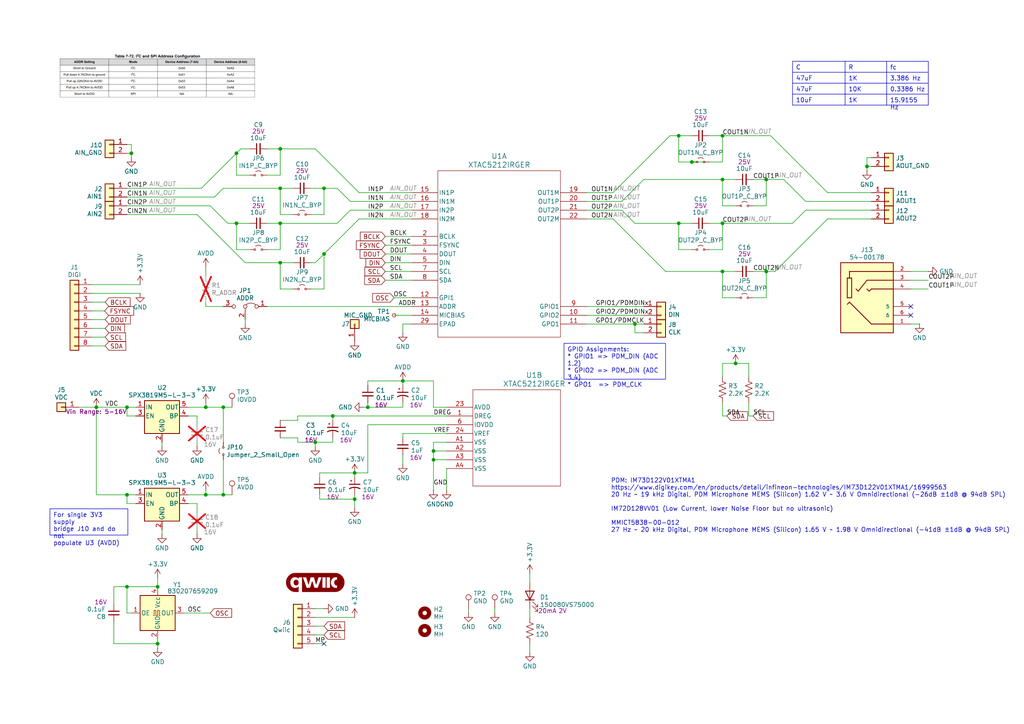
<source format=kicad_sch>
(kicad_sch (version 20250114) (generator "eeschema") (generator_version "9.0")
  (paper "A4")
  (title_block (title "TAC5212 Board") (date "2025-10-03") (rev "v1.0") (company "Jacob Miller"))
  (text "PDM: IM73D122V01XTMA1\nhttps://www.digikey.com/en/products/detail/infineon-technologies/IM73D122V01XTMA1/16999563\n20 Hz ~ 19 kHz Digital, PDM Microphone MEMS (Silicon) 1.62 V ~ 3.6 V Omnidirectional (-26dB ±1dB @ 94dB SPL)\n\nIM72D128VV01 (Low Current, lower Noise Floor but no ultrasonic)\n\nMMICT5838-00-012\n27 Hz ~ 20 kHz Digital, PDM Microphone MEMS (Silicon) 1.65 V ~ 1.98 V Omnidirectional (-41dB ±1dB @ 94dB SPL)" (at 177.165 146.685 0) (effects (font (size 1.27 1.27)) (justify left)))
  (text_box "For single 3V3 supply\nbridge J10 and do not \npopulate U3 (AVDD)" (at 14.478 147.574 0) (size 22.606 7.62) (margins 0.9525 0.9525 0.9525 0.9525) (effects (font (size 1.27 1.27)) (justify left top)))
  (text_box "GPIO Assignments:\n* GPIO1 => PDM_DIN (ADC 1,2)\n* GPIO2 => PDM_DIN (ADC 3,4)\n* GPO1  => PDM_CLK" (at 163.576 99.568 0) (size 29.464 10.414) (margins 0.9525 0.9525 0.9525 0.9525) (effects (font (size 1.27 1.27)) (justify left top)))
  (junction (at 184.15 93.98))
  (junction (at 209.55 78.74))
  (junction (at 200.66 46.99))
  (junction (at 93.98 54.61))
  (junction (at 209.55 64.77))
  (junction (at 196.85 64.77))
  (junction (at 251.46 48.26))
  (junction (at 27.94 118.11))
  (junction (at 38.1 44.45))
  (junction (at 106.68 118.11))
  (junction (at 196.85 39.37))
  (junction (at 59.69 118.11))
  (junction (at 36.83 143.51))
  (junction (at 45.72 170.18))
  (junction (at 59.69 143.51))
  (junction (at 68.58 64.77))
  (junction (at 209.55 52.07))
  (junction (at 64.77 143.51))
  (junction (at 36.83 170.18))
  (junction (at 213.36 105.41))
  (junction (at 81.28 54.61))
  (junction (at 68.58 44.45))
  (junction (at 81.28 64.77))
  (junction (at 45.72 186.69))
  (junction (at 222.25 52.07))
  (junction (at 81.28 43.18))
  (junction (at 209.55 39.37))
  (junction (at 102.87 144.78))
  (junction (at 116.84 110.49))
  (junction (at 222.25 78.74))
  (junction (at 91.44 128.27))
  (junction (at 36.83 118.11))
  (junction (at 96.52 120.65))
  (junction (at 125.73 133.35))
  (junction (at 64.77 118.11))
  (junction (at 93.98 73.66))
  (junction (at 102.87 137.16))
  (junction (at 125.73 130.81))
  (junction (at 81.28 76.2))
  (no_connect (at 264.16 91.44))
  (no_connect (at 264.16 88.9))
  (no_connect (at 93.98 186.69))
  (wire (pts (xy 170.18 58.42) (xy 180.34 58.42)))
  (wire (pts (xy 213.36 86.36) (xy 209.55 86.36)))
  (wire (pts (xy 36.83 143.51) (xy 39.37 143.51)))
  (wire (pts (xy 217.17 120.65) (xy 218.44 120.65)))
  (wire (pts (xy 57.15 148.59) (xy 57.15 146.05)))
  (wire (pts (xy 217.17 105.41) (xy 217.17 109.22)))
  (wire (pts (xy 68.58 44.45) (xy 68.58 50.8)))
  (wire (pts (xy 106.68 137.16) (xy 102.87 137.16)))
  (wire (pts (xy 204.47 46.99) (xy 200.66 46.99)))
  (wire (pts (xy 153.67 166.37) (xy 153.67 168.91)))
  (wire (pts (xy 22.86 118.11) (xy 27.94 118.11)))
  (wire (pts (xy 213.36 59.69) (xy 209.55 59.69)))
  (wire (pts (xy 96.52 120.65) (xy 96.52 121.92)))
  (wire (pts (xy 209.55 59.69) (xy 209.55 52.07)))
  (wire (pts (xy 85.09 83.82) (xy 81.28 83.82)))
  (wire (pts (xy 233.68 60.96) (xy 252.73 60.96)))
  (wire (pts (xy 129.54 123.19) (xy 106.68 123.19)))
  (wire (pts (xy 116.84 93.98) (xy 116.84 96.52)))
  (wire (pts (xy 116.84 110.49) (xy 116.84 111.76)))
  (wire (pts (xy 59.69 77.47) (xy 59.69 80.01)))
  (wire (pts (xy 92.71 144.78) (xy 102.87 144.78)))
  (wire (pts (xy 81.28 76.2) (xy 71.12 76.2)))
  (wire (pts (xy 36.83 146.05) (xy 36.83 143.51)))
  (wire (pts (xy 85.09 76.2) (xy 81.28 76.2)))
  (wire (pts (xy 153.67 189.23) (xy 153.67 186.69)))
  (wire (pts (xy 111.76 71.12) (xy 119.38 71.12)))
  (wire (pts (xy 106.68 116.84) (xy 106.68 118.11)))
  (wire (pts (xy 222.25 77.47) (xy 222.25 78.74)))
  (wire (pts (xy 143.51 177.8) (xy 143.51 176.53)))
  (wire (pts (xy 90.17 62.23) (xy 93.98 62.23)))
  (wire (pts (xy 92.71 137.16) (xy 92.71 138.43)))
  (wire (pts (xy 233.68 58.42) (xy 252.73 58.42)))
  (wire (pts (xy 129.54 135.89) (xy 129.54 142.24)))
  (wire (pts (xy 91.44 186.69) (xy 93.98 186.69)))
  (wire (pts (xy 57.15 154.94) (xy 57.15 153.67)))
  (wire (pts (xy 54.61 143.51) (xy 59.69 143.51)))
  (wire (pts (xy 153.67 179.07) (xy 153.67 176.53)))
  (wire (pts (xy 240.03 55.88) (xy 252.73 55.88)))
  (wire (pts (xy 184.15 93.98) (xy 186.69 93.98)))
  (wire (pts (xy 209.55 120.65) (xy 210.82 120.65)))
  (wire (pts (xy 196.85 72.39) (xy 196.85 64.77)))
  (wire (pts (xy 104.14 63.5) (xy 119.38 63.5)))
  (wire (pts (xy 36.83 143.51) (xy 27.94 143.51)))
  (wire (pts (xy 119.38 93.98) (xy 116.84 93.98)))
  (wire (pts (xy 111.76 76.2) (xy 119.38 76.2)))
  (wire (pts (xy 36.83 62.23) (xy 57.15 62.23)))
  (wire (pts (xy 64.77 133.35) (xy 64.77 143.51)))
  (wire (pts (xy 114.3 91.44) (xy 119.38 91.44)))
  (wire (pts (xy 91.44 176.53) (xy 93.98 176.53)))
  (wire (pts (xy 222.25 78.74) (xy 224.79 78.74)))
  (wire (pts (xy 184.15 64.77) (xy 196.85 64.77)))
  (wire (pts (xy 85.09 54.61) (xy 81.28 54.61)))
  (wire (pts (xy 71.12 93.98) (xy 71.12 92.71)))
  (wire (pts (xy 264.16 78.74) (xy 269.24 78.74)))
  (wire (pts (xy 93.98 54.61) (xy 93.98 62.23)))
  (wire (pts (xy 38.1 41.91) (xy 36.83 41.91)))
  (wire (pts (xy 91.44 43.18) (xy 104.14 55.88)))
  (wire (pts (xy 177.8 63.5) (xy 193.04 78.74)))
  (wire (pts (xy 96.52 127) (xy 96.52 128.27)))
  (wire (pts (xy 251.46 45.72) (xy 251.46 48.26)))
  (wire (pts (xy 36.83 59.69) (xy 60.96 59.69)))
  (wire (pts (xy 60.96 59.69) (xy 66.04 64.77)))
  (wire (pts (xy 116.84 110.49) (xy 125.73 110.49)))
  (wire (pts (xy 36.83 170.18) (xy 36.83 177.8)))
  (wire (pts (xy 93.98 83.82) (xy 93.98 73.66)))
  (wire (pts (xy 59.69 143.51) (xy 64.77 143.51)))
  (wire (pts (xy 59.69 87.63) (xy 59.69 88.9)))
  (wire (pts (xy 111.76 78.74) (xy 119.38 78.74)))
  (wire (pts (xy 129.54 130.81) (xy 125.73 130.81)))
  (wire (pts (xy 81.28 43.18) (xy 91.44 43.18)))
  (wire (pts (xy 209.55 39.37) (xy 223.52 39.37)))
  (wire (pts (xy 92.71 137.16) (xy 102.87 137.16)))
  (wire (pts (xy 264.16 81.28) (xy 269.24 81.28)))
  (wire (pts (xy 45.72 167.64) (xy 45.72 170.18)))
  (wire (pts (xy 111.76 73.66) (xy 119.38 73.66)))
  (wire (pts (xy 93.98 184.15) (xy 91.44 184.15)))
  (wire (pts (xy 252.73 48.26) (xy 251.46 48.26)))
  (wire (pts (xy 213.36 105.41) (xy 217.17 105.41)))
  (wire (pts (xy 205.74 46.99) (xy 209.55 46.99)))
  (wire (pts (xy 209.55 46.99) (xy 209.55 39.37)))
  (wire (pts (xy 81.28 54.61) (xy 64.77 54.61)))
  (wire (pts (xy 252.73 45.72) (xy 251.46 45.72)))
  (wire (pts (xy 116.84 125.73) (xy 129.54 125.73)))
  (wire (pts (xy 106.68 110.49) (xy 106.68 111.76)))
  (wire (pts (xy 209.55 120.65) (xy 209.55 116.84)))
  (wire (pts (xy 68.58 50.8) (xy 72.39 50.8)))
  (wire (pts (xy 251.46 48.26) (xy 251.46 49.53)))
  (wire (pts (xy 26.67 92.71) (xy 30.48 92.71)))
  (wire (pts (xy 90.17 76.2) (xy 91.44 76.2)))
  (wire (pts (xy 64.77 88.9) (xy 59.69 88.9)))
  (wire (pts (xy 125.73 130.81) (xy 125.73 133.35)))
  (wire (pts (xy 86.36 120.65) (xy 96.52 120.65)))
  (wire (pts (xy 26.67 95.25) (xy 30.48 95.25)))
  (wire (pts (xy 186.69 52.07) (xy 180.34 58.42)))
  (wire (pts (xy 101.6 58.42) (xy 97.79 54.61)))
  (wire (pts (xy 71.12 76.2) (xy 57.15 62.23)))
  (wire (pts (xy 218.44 78.74) (xy 222.25 78.74)))
  (wire (pts (xy 264.16 93.98) (xy 266.7 93.98)))
  (wire (pts (xy 93.98 181.61) (xy 91.44 181.61)))
  (wire (pts (xy 184.15 96.52) (xy 184.15 93.98)))
  (wire (pts (xy 57.15 129.54) (xy 57.15 128.27)))
  (wire (pts (xy 91.44 179.07) (xy 102.87 179.07)))
  (wire (pts (xy 111.76 68.58) (xy 119.38 68.58)))
  (wire (pts (xy 27.94 143.51) (xy 27.94 118.11)))
  (wire (pts (xy 194.31 39.37) (xy 196.85 39.37)))
  (wire (pts (xy 125.73 133.35) (xy 125.73 142.24)))
  (wire (pts (xy 101.6 60.96) (xy 119.38 60.96)))
  (wire (pts (xy 38.1 41.91) (xy 38.1 44.45)))
  (wire (pts (xy 102.87 137.16) (xy 102.87 138.43)))
  (wire (pts (xy 233.68 60.96) (xy 229.87 64.77)))
  (wire (pts (xy 86.36 120.65) (xy 86.36 121.92)))
  (wire (pts (xy 68.58 64.77) (xy 68.58 72.39)))
  (wire (pts (xy 36.83 120.65) (xy 36.83 118.11)))
  (wire (pts (xy 209.55 78.74) (xy 213.36 78.74)))
  (wire (pts (xy 209.55 109.22) (xy 209.55 105.41)))
  (wire (pts (xy 45.72 186.69) (xy 45.72 187.96)))
  (wire (pts (xy 114.3 86.36) (xy 119.38 86.36)))
  (wire (pts (xy 205.74 64.77) (xy 209.55 64.77)))
  (wire (pts (xy 91.44 129.54) (xy 91.44 128.27)))
  (wire (pts (xy 46.99 129.54) (xy 46.99 128.27)))
  (wire (pts (xy 217.17 116.84) (xy 217.17 120.65)))
  (wire (pts (xy 111.76 81.28) (xy 119.38 81.28)))
  (wire (pts (xy 26.67 100.33) (xy 30.48 100.33)))
  (wire (pts (xy 90.17 54.61) (xy 93.98 54.61)))
  (wire (pts (xy 57.15 123.19) (xy 57.15 120.65)))
  (wire (pts (xy 218.44 59.69) (xy 222.25 59.69)))
  (wire (pts (xy 64.77 118.11) (xy 59.69 118.11)))
  (wire (pts (xy 170.18 93.98) (xy 184.15 93.98)))
  (wire (pts (xy 205.74 72.39) (xy 209.55 72.39)))
  (wire (pts (xy 26.67 90.17) (xy 30.48 90.17)))
  (wire (pts (xy 93.98 73.66) (xy 104.14 63.5)))
  (wire (pts (xy 39.37 120.65) (xy 36.83 120.65)))
  (wire (pts (xy 97.79 64.77) (xy 101.6 60.96)))
  (wire (pts (xy 125.73 128.27) (xy 125.73 130.81)))
  (wire (pts (xy 33.02 180.34) (xy 33.02 186.69)))
  (wire (pts (xy 200.66 46.99) (xy 196.85 46.99)))
  (wire (pts (xy 81.28 62.23) (xy 85.09 62.23)))
  (wire (pts (xy 240.03 63.5) (xy 252.73 63.5)))
  (wire (pts (xy 222.25 52.07) (xy 227.33 52.07)))
  (wire (pts (xy 66.04 64.77) (xy 68.58 64.77)))
  (wire (pts (xy 26.67 97.79) (xy 30.48 97.79)))
  (wire (pts (xy 26.67 87.63) (xy 30.48 87.63)))
  (wire (pts (xy 90.17 83.82) (xy 93.98 83.82)))
  (wire (pts (xy 125.73 110.49) (xy 125.73 118.11)))
  (wire (pts (xy 68.58 44.45) (xy 69.85 43.18)))
  (wire (pts (xy 68.58 64.77) (xy 72.39 64.77)))
  (wire (pts (xy 218.44 52.07) (xy 222.25 52.07)))
  (wire (pts (xy 45.72 185.42) (xy 45.72 186.69)))
  (wire (pts (xy 129.54 133.35) (xy 125.73 133.35)))
  (wire (pts (xy 180.34 60.96) (xy 184.15 64.77)))
  (wire (pts (xy 135.89 177.8) (xy 135.89 176.53)))
  (wire (pts (xy 170.18 60.96) (xy 180.34 60.96)))
  (wire (pts (xy 64.77 143.51) (xy 67.31 143.51)))
  (wire (pts (xy 170.18 63.5) (xy 177.8 63.5)))
  (wire (pts (xy 116.84 116.84) (xy 116.84 118.11)))
  (wire (pts (xy 67.31 118.11) (xy 64.77 118.11)))
  (wire (pts (xy 106.68 123.19) (xy 106.68 137.16)))
  (wire (pts (xy 77.47 50.8) (xy 81.28 50.8)))
  (wire (pts (xy 209.55 105.41) (xy 213.36 105.41)))
  (wire (pts (xy 57.15 120.65) (xy 54.61 120.65)))
  (wire (pts (xy 209.55 64.77) (xy 229.87 64.77)))
  (wire (pts (xy 27.94 118.11) (xy 36.83 118.11)))
  (wire (pts (xy 209.55 86.36) (xy 209.55 78.74)))
  (wire (pts (xy 105.41 118.11) (xy 106.68 118.11)))
  (wire (pts (xy 38.1 44.45) (xy 38.1 45.72)))
  (wire (pts (xy 58.42 54.61) (xy 68.58 44.45)))
  (wire (pts (xy 200.66 72.39) (xy 196.85 72.39)))
  (wire (pts (xy 116.84 134.62) (xy 116.84 132.08)))
  (wire (pts (xy 129.54 128.27) (xy 125.73 128.27)))
  (wire (pts (xy 77.47 64.77) (xy 81.28 64.77)))
  (wire (pts (xy 170.18 91.44) (xy 186.69 91.44)))
  (wire (pts (xy 86.36 128.27) (xy 91.44 128.27)))
  (wire (pts (xy 96.52 120.65) (xy 129.54 120.65)))
  (wire (pts (xy 170.18 55.88) (xy 177.8 55.88)))
  (wire (pts (xy 81.28 43.18) (xy 81.28 50.8)))
  (wire (pts (xy 101.6 58.42) (xy 119.38 58.42)))
  (wire (pts (xy 59.69 142.24) (xy 59.69 143.51)))
  (wire (pts (xy 86.36 127) (xy 86.36 128.27)))
  (wire (pts (xy 86.36 127) (xy 81.28 127)))
  (wire (pts (xy 36.83 177.8) (xy 38.1 177.8)))
  (wire (pts (xy 92.71 143.51) (xy 92.71 144.78)))
  (wire (pts (xy 81.28 54.61) (xy 81.28 62.23)))
  (wire (pts (xy 240.03 55.88) (xy 223.52 39.37)))
  (wire (pts (xy 186.69 96.52) (xy 184.15 96.52)))
  (wire (pts (xy 104.14 55.88) (xy 119.38 55.88)))
  (wire (pts (xy 218.44 86.36) (xy 222.25 86.36)))
  (wire (pts (xy 77.47 88.9) (xy 119.38 88.9)))
  (wire (pts (xy 36.83 44.45) (xy 38.1 44.45)))
  (wire (pts (xy 205.74 39.37) (xy 209.55 39.37)))
  (wire (pts (xy 81.28 76.2) (xy 81.28 83.82)))
  (wire (pts (xy 102.87 147.32) (xy 102.87 144.78)))
  (wire (pts (xy 170.18 88.9) (xy 186.69 88.9)))
  (wire (pts (xy 26.67 85.09) (xy 40.64 85.09)))
  (wire (pts (xy 36.83 54.61) (xy 58.42 54.61)))
  (wire (pts (xy 33.02 170.18) (xy 36.83 170.18)))
  (wire (pts (xy 36.83 170.18) (xy 45.72 170.18)))
  (wire (pts (xy 81.28 72.39) (xy 81.28 64.77)))
  (wire (pts (xy 264.16 83.82) (xy 269.24 83.82)))
  (wire (pts (xy 106.68 118.11) (xy 116.84 118.11)))
  (wire (pts (xy 33.02 186.69) (xy 45.72 186.69)))
  (wire (pts (xy 64.77 118.11) (xy 64.77 128.27)))
  (wire (pts (xy 240.03 63.5) (xy 224.79 78.74)))
  (wire (pts (xy 64.77 54.61) (xy 62.23 57.15)))
  (wire (pts (xy 39.37 146.05) (xy 36.83 146.05)))
  (wire (pts (xy 233.68 58.42) (xy 227.33 52.07)))
  (wire (pts (xy 46.99 154.94) (xy 46.99 153.67)))
  (wire (pts (xy 72.39 43.18) (xy 69.85 43.18)))
  (wire (pts (xy 196.85 39.37) (xy 200.66 39.37)))
  (wire (pts (xy 196.85 46.99) (xy 196.85 39.37)))
  (wire (pts (xy 54.61 118.11) (xy 59.69 118.11)))
  (wire (pts (xy 209.55 72.39) (xy 209.55 64.77)))
  (wire (pts (xy 222.25 78.74) (xy 222.25 86.36)))
  (wire (pts (xy 57.15 146.05) (xy 54.61 146.05)))
  (wire (pts (xy 102.87 143.51) (xy 102.87 144.78)))
  (wire (pts (xy 93.98 54.61) (xy 97.79 54.61)))
  (wire (pts (xy 222.25 59.69) (xy 222.25 52.07)))
  (wire (pts (xy 59.69 116.84) (xy 59.69 118.11)))
  (wire (pts (xy 81.28 64.77) (xy 97.79 64.77)))
  (wire (pts (xy 209.55 52.07) (xy 213.36 52.07)))
  (wire (pts (xy 26.67 82.55) (xy 40.64 82.55)))
  (wire (pts (xy 77.47 72.39) (xy 81.28 72.39)))
  (wire (pts (xy 33.02 170.18) (xy 33.02 175.26)))
  (wire (pts (xy 106.68 110.49) (xy 116.84 110.49)))
  (wire (pts (xy 36.83 118.11) (xy 39.37 118.11)))
  (wire (pts (xy 91.44 128.27) (xy 96.52 128.27)))
  (wire (pts (xy 68.58 72.39) (xy 72.39 72.39)))
  (wire (pts (xy 116.84 127) (xy 116.84 125.73)))
  (wire (pts (xy 86.36 121.92) (xy 81.28 121.92)))
  (wire (pts (xy 193.04 78.74) (xy 209.55 78.74)))
  (wire (pts (xy 77.47 43.18) (xy 81.28 43.18)))
  (wire (pts (xy 36.83 57.15) (xy 62.23 57.15)))
  (wire (pts (xy 53.34 177.8) (xy 60.96 177.8)))
  (wire (pts (xy 91.44 76.2) (xy 93.98 73.66)))
  (wire (pts (xy 196.85 64.77) (xy 200.66 64.77)))
  (wire (pts (xy 186.69 52.07) (xy 209.55 52.07)))
  (wire (pts (xy 177.8 55.88) (xy 194.31 39.37)))
  (wire (pts (xy 125.73 118.11) (xy 129.54 118.11)))
  (image (at 45.72 21.59) (scale 0.240006))
  (table (column_count 3) (border (external yes) (header yes)) (separators (rows yes) (cols yes)) (column_widths 15.24 12.065 12.065) (row_heights 3.175 3.175 3.175 3.175) (cells (table_cell "C" (at 229.87 17.78 0) (size 15.24 3.175) (margins 0.9525 0.9525 0.9525 0.9525) (span 1 1)) (table_cell "R" (at 245.11 17.78 0) (size 12.065 3.175) (margins 0.9525 0.9525 0.9525 0.9525) (span 1 1)) (table_cell "fc" (at 257.175 17.78 0) (size 12.065 3.175) (margins 0.9525 0.9525 0.9525 0.9525) (span 1 1)) (table_cell "47uF" (at 229.87 20.955 0) (size 15.24 3.175) (margins 0.9525 0.9525 0.9525 0.9525) (span 1 1)) (table_cell "1K" (at 245.11 20.955 0) (size 12.065 3.175) (margins 0.9525 0.9525 0.9525 0.9525) (span 1 1)) (table_cell "3.386 Hz" (at 257.175 20.955 0) (size 12.065 3.175) (margins 0.9525 0.9525 0.9525 0.9525) (span 1 1)) (table_cell "47uF" (at 229.87 24.13 0) (size 15.24 3.175) (margins 0.9525 0.9525 0.9525 0.9525) (span 1 1)) (table_cell "10K" (at 245.11 24.13 0) (size 12.065 3.175) (margins 0.9525 0.9525 0.9525 0.9525) (span 1 1)) (table_cell "0.3386 Hz" (at 257.175 24.13 0) (size 12.065 3.175) (margins 0.9525 0.9525 0.9525 0.9525) (span 1 1)) (table_cell "10uF" (at 229.87 27.305 0) (size 15.24 3.175) (margins 0.9525 0.9525 0.9525 0.9525) (span 1 1)) (table_cell "1K" (at 245.11 27.305 0) (size 12.065 3.175) (margins 0.9525 0.9525 0.9525 0.9525) (span 1 1)) (table_cell "15.9155 Hz" (at 257.175 27.305 0) (size 12.065 3.175) (margins 0.9525 0.9525 0.9525 0.9525) (span 1 1))))
  (label "GPO1{slash}PDMCLK" (at 172.72 93.98 0))
  (label "BCLK" (at 113.03 68.58 0))
  (label "SCL" (at 113.03 78.74 0))
  (label "DOUT" (at 113.03 73.66 0))
  (label "VREF" (at 125.73 125.73 0))
  (label "GND" (at 125.73 140.97 0))
  (label "CIN2P" (at 36.83 59.69 0) (property "Netclass" "AIN_OUT" (at 43.18 58.42 0) (effects (font (italic yes)) (justify left))))
  (label "OUT1N" (at 171.45 55.88 0) (property "Netclass" "AIN_OUT" (at 177.8 54.61 0) (effects (font (italic yes)) (justify left))))
  (label "COUT1P" (at 218.44 52.07 0) (property "Netclass" "AIN_OUT" (at 224.79 50.8 0) (effects (font (italic yes)) (justify left))))
  (label "OUT2N" (at 171.45 63.5 0) (property "Netclass" "AIN_OUT" (at 177.8 62.23 0) (effects (font (italic yes)) (justify left))))
  (label "COUT1N" (at 209.55 39.37 0) (property "Netclass" "AIN_OUT" (at 215.9 38.1 0) (effects (font (italic yes)) (justify left))))
  (label "DREG" (at 125.73 120.65 0))
  (label "IN2P" (at 106.68 60.96 0) (property "Netclass" "AIN_OUT" (at 113.03 59.69 0) (effects (font (italic yes)) (justify left))))
  (label "OUT1P" (at 171.45 58.42 0) (property "Netclass" "AIN_OUT" (at 177.8 57.15 0) (effects (font (italic yes)) (justify left))))
  (label "COUT2P" (at 269.24 81.28 0) (property "Netclass" "AIN_OUT" (at 275.59 80.01 0) (effects (font (italic yes)) (justify left))))
  (label "DIN" (at 113.03 76.2 0))
  (label "VDC" (at 30.48 118.11 0) (property "Netclass" "Power" (effects (hide yes))))
  (label "SDA" (at 113.03 81.28 0))
  (label "COUT2P" (at 209.55 64.77 0) (property "Netclass" "AIN_OUT" (at 215.9 63.5 0) (effects (font (italic yes)) (justify left))))
  (label "CIN1N" (at 36.83 57.15 0) (property "Netclass" "AIN_OUT" (at 43.18 55.88 0) (effects (font (italic yes)) (justify left))))
  (label "IN2N" (at 106.68 63.5 0) (property "Netclass" "AIN_OUT" (at 113.03 62.23 0) (effects (font (italic yes)) (justify left))))
  (label "ADDR" (at 115.57 88.9 0))
  (label "IN1P" (at 106.68 55.88 0) (property "Netclass" "AIN_OUT" (at 113.03 54.61 0) (effects (font (italic yes)) (justify left))))
  (label "CIN1P" (at 36.83 54.61 0) (property "Netclass" "AIN_OUT" (at 43.18 53.34 0) (effects (font (italic yes)) (justify left))))
  (label "IN1N" (at 106.68 58.42 0) (property "Netclass" "AIN_OUT" (at 113.03 57.15 0) (effects (font (italic yes)) (justify left))))
  (label "CIN2N" (at 36.83 62.23 0) (property "Netclass" "AIN_OUT" (at 43.18 60.96 0) (effects (font (italic yes)) (justify left))))
  (label "OSC" (at 118.11 86.36 180))
  (label "COUT2N" (at 218.44 78.74 0) (property "Netclass" "AIN_OUT" (at 224.79 77.47 0) (effects (font (italic yes)) (justify left))))
  (label "GPIO1{slash}PDMDINx" (at 172.72 88.9 0))
  (label "FSYNC" (at 113.03 71.12 0))
  (label "MP" (at 91.44 186.69 0))
  (label "COUT1P" (at 269.24 83.82 0) (property "Netclass" "AIN_OUT" (at 275.59 82.55 0) (effects (font (italic yes)) (justify left))))
  (label "OSC" (at 58.42 177.8 180))
  (label "OUT2P" (at 171.45 60.96 0) (property "Netclass" "AIN_OUT" (at 177.8 59.69 0) (effects (font (italic yes)) (justify left))))
  (label "SDA" (at 210.82 120.65 0))
  (label "SCL" (at 218.44 120.65 0))
  (label "GPIO2{slash}PDMDINx" (at 172.72 91.44 0))
  (global_label "OSC" (shape input) (at 60.96 177.8 0) (property "Intersheetrefs" "${INTERSHEET_REFS}" (effects (hide yes))))
  (global_label "SCL" (shape input) (at 218.44 120.65 0) (property "Intersheetrefs" "${INTERSHEET_REFS}" (effects (hide yes))))
  (global_label "SDA" (shape input) (at 111.76 81.28 180) (property "Intersheetrefs" "${INTERSHEET_REFS}" (effects (hide yes))))
  (global_label "SCL" (shape input) (at 93.98 184.15 0) (property "Intersheetrefs" "${INTERSHEET_REFS}" (effects (hide yes))))
  (global_label "SCL" (shape input) (at 30.48 97.79 0) (property "Intersheetrefs" "${INTERSHEET_REFS}" (effects (hide yes))))
  (global_label "DOUT" (shape input) (at 111.76 73.66 180) (property "Intersheetrefs" "${INTERSHEET_REFS}" (effects (hide yes))))
  (global_label "SDA" (shape input) (at 93.98 181.61 0) (property "Intersheetrefs" "${INTERSHEET_REFS}" (effects (hide yes))))
  (global_label "DIN" (shape input) (at 30.48 95.25 0) (property "Intersheetrefs" "${INTERSHEET_REFS}" (effects (hide yes))))
  (global_label "OSC" (shape input) (at 114.3 86.36 180) (property "Intersheetrefs" "${INTERSHEET_REFS}" (effects (hide yes))))
  (global_label "BCLK" (shape input) (at 111.76 68.58 180) (property "Intersheetrefs" "${INTERSHEET_REFS}" (effects (hide yes))))
  (global_label "SDA" (shape input) (at 30.48 100.33 0) (property "Intersheetrefs" "${INTERSHEET_REFS}" (effects (hide yes))))
  (global_label "FSYNC" (shape input) (at 30.3404 90.17 0) (property "Intersheetrefs" "${INTERSHEET_REFS}" (effects (hide yes))))
  (global_label "FSYNC" (shape input) (at 111.76 71.12 180) (property "Intersheetrefs" "${INTERSHEET_REFS}" (effects (hide yes))))
  (global_label "SCL" (shape input) (at 111.76 78.74 180) (property "Intersheetrefs" "${INTERSHEET_REFS}" (effects (hide yes))))
  (global_label "DIN" (shape input) (at 111.76 76.2 180) (property "Intersheetrefs" "${INTERSHEET_REFS}" (effects (hide yes))))
  (global_label "BCLK" (shape input) (at 30.48 87.63 0) (property "Intersheetrefs" "${INTERSHEET_REFS}" (effects (hide yes))))
  (global_label "DOUT" (shape input) (at 30.48 92.71 0) (property "Intersheetrefs" "${INTERSHEET_REFS}" (effects (hide yes))))
  (global_label "SDA" (shape input) (at 210.82 120.65 0) (property "Intersheetrefs" "${INTERSHEET_REFS}" (effects (hide yes))))
  (symbol (lib_id "power:+3.3V") (at 102.87 179.07 0) (unit 1)
    (property "Reference" "#PWR028" (effects (hide yes)))
    (property "Value" "+3.3V" (at 102.87 175.895 90) (effects (justify left)))
    (property "Description" "Power symbol creates a global label with name \"+3.3V\"" (effects (hide yes)))
  )
  (symbol (lib_id "Device:C_Small") (at 106.68 114.3 0) (unit 1)
    (property "Reference" "C1" (at 109.0041 113.2225 0) (effects (justify left)))
    (property "Value" "0.1uF" (at 109.0041 115.3901 0) (effects (justify left)))
    (property "Footprint" "Capacitor_SMD:C_0805_2012Metric" (effects (hide yes)))
    (property "Description" "Unpolarized capacitor, small symbol" (effects (hide yes)))
    (property "V" "16V" (at 110.49 117.475 0))
  )
  (symbol (lib_id "power:GND") (at 46.99 154.94 0) (unit 1)
    (property "Reference" "#PWR035" (effects (hide yes)))
    (property "Value" "GND" (at 46.99 158.9448 0))
    (property "Description" "Power symbol creates a global label with name \"GND\" , ground" (effects (hide yes)))
  )
  (symbol (lib_id "power:+3.3V") (at 213.36 105.41 0) (unit 1)
    (property "Reference" "#PWR013" (effects (hide yes)))
    (property "Value" "+3.3V" (at 213.36 101.4052 0))
    (property "Description" "Power symbol creates a global label with name \"+3.3V\"" (effects (hide yes)))
  )
  (symbol (lib_id "Device:C_Small") (at 87.63 54.61 90) (unit 1)
    (property "Reference" "C10" (at 87.63 47.625 90))
    (property "Value" "10uF" (at 87.63 51.435 90))
    (property "Footprint" "Capacitor_SMD:C_0805_2012Metric" (effects (hide yes)))
    (property "Description" "10 µF ±10% 25V Ceramic Capacitor X7R 0805 (2012 Metric)" (effects (hide yes)))
    (property "V" "25V" (at 87.63 49.53 90))
    (property "PN" "GRM21BZ71E106KE15L" (effects (hide yes)))
  )
  (symbol (lib_id "Device:C_Small") (at 203.2 64.77 90) (unit 1)
    (property "Reference" "C15" (at 203.2 57.785 90))
    (property "Value" "10uF" (at 203.2 61.595 90))
    (property "Footprint" "Capacitor_SMD:C_0805_2012Metric" (effects (hide yes)))
    (property "Description" "10 µF ±10% 25V Ceramic Capacitor X7R 0805 (2012 Metric)" (effects (hide yes)))
    (property "V" "25V" (at 203.2 59.69 90))
    (property "PN" "GRM21BZ71E106KE15L" (effects (hide yes)))
  )
  (symbol (lib_id "Jumper:Jumper_2_Small_Open") (at 215.9 59.69 0) (unit 1)
    (property "Reference" "JP3" (at 215.9 54.7847 0))
    (property "Value" "OUT1P_C_BYP" (at 215.9 56.9523 0))
    (property "Footprint" "Connector_PinHeader_2.54mm:PinHeader_1x02_P2.54mm_Vertical" (effects (hide yes)))
    (property "Description" "Jumper, 2-pole, small symbol, open" (effects (hide yes)))
  )
  (symbol (lib_id "Device:C_Polarized_Small_US") (at 116.84 114.3 0) (unit 1)
    (property "Reference" "C2" (at 119.1641 113.2225 0) (effects (justify left)))
    (property "Value" "10uF" (at 119.1641 115.3901 0) (effects (justify left)))
    (property "Footprint" "Capacitor_Tantalum_SMD:CP_EIA-3216-10_Kemet-I" (effects (hide yes)))
    (property "Datasheet" "https://www.nichicon.co.jp/english/series_items/catalog_pdf/e-ucq.pdf" (effects (hide yes)))
    (property "Description" "Polarized capacitor, small US symbol" (effects (hide yes)))
    (property "V" "16V" (at 120.65 117.475 0))
    (property "PN" "UCQ1E100MCL1GB" (effects (hide yes)))
  )
  (symbol (lib_id "Device:C_Small") (at 92.71 140.97 0) (unit 1)
    (property "Reference" "C6" (at 95.0341 139.8925 0) (effects (justify left)))
    (property "Value" "0.1uF" (at 95.0341 142.0601 0) (effects (justify left)))
    (property "Footprint" "Capacitor_SMD:C_0805_2012Metric" (effects (hide yes)))
    (property "Description" "Unpolarized capacitor, small symbol" (effects (hide yes)))
    (property "V" "16V" (at 96.52 144.145 0))
  )
  (symbol (lib_id "Device:C_Small") (at 215.9 78.74 90) (unit 1)
    (property "Reference" "C16" (at 215.9 71.755 90))
    (property "Value" "10uF" (at 215.9 75.565 90))
    (property "Footprint" "Capacitor_SMD:C_0805_2012Metric" (effects (hide yes)))
    (property "Description" "10 µF ±10% 25V Ceramic Capacitor X7R 0805 (2012 Metric)" (effects (hide yes)))
    (property "V" "25V" (at 215.9 73.66 90))
    (property "PN" "GRM21BZ71E106KE15L" (effects (hide yes)))
  )
  (symbol (lib_id "Connector_Generic:Conn_01x02") (at 191.77 88.9 0) (unit 1)
    (property "Reference" "J4" (at 193.802 89.0862 0) (effects (justify left)))
    (property "Value" "DIN" (at 193.802 91.2538 0) (effects (justify left)))
    (property "Footprint" "Connector_PinHeader_2.54mm:PinHeader_1x02_P2.54mm_Vertical" (effects (hide yes)))
    (property "Description" "Generic connector, single row, 01x02, script generated (kicad-library-utils/schlib/autogen/connector/)" (effects (hide yes)))
  )
  (symbol (lib_id "power:GND") (at 105.41 118.11 270) (unit 1)
    (property "Reference" "#PWR04" (effects (hide yes)))
    (property "Value" "GND" (at 102.235 118.11 90) (effects (justify right)))
    (property "Description" "Power symbol creates a global label with name \"GND\" , ground" (effects (hide yes)))
  )
  (symbol (lib_id "Jumper:Jumper_2_Small_Open") (at 215.9 86.36 0) (unit 1)
    (property "Reference" "JP5" (at 215.9 81.4547 0))
    (property "Value" "OUT2N_C_BYP" (at 215.9 83.6223 0))
    (property "Footprint" "Connector_PinHeader_2.54mm:PinHeader_1x02_P2.54mm_Vertical" (effects (hide yes)))
    (property "Description" "Jumper, 2-pole, small symbol, open" (effects (hide yes)))
  )
  (symbol (lib_id "Mechanical:MountingHole") (at 123.19 177.8 0) (unit 1) (in_bom no)
    (property "Reference" "H2" (at 125.73 176.7162 0) (effects (justify left)))
    (property "Value" "MH" (at 125.73 178.8838 0) (effects (justify left)))
    (property "Footprint" "MountingHole:MountingHole_2.2mm_M2" (effects (hide yes)))
    (property "Description" "Mounting Hole without connection" (effects (hide yes)))
  )
  (symbol (lib_id "power:GND") (at 125.73 142.24 0) (unit 1)
    (property "Reference" "#PWR01" (effects (hide yes)))
    (property "Value" "GND" (at 125.73 146.2448 0))
    (property "Description" "Power symbol creates a global label with name \"GND\" , ground" (effects (hide yes)))
  )
  (symbol (lib_id "power:GND") (at 57.15 129.54 0) (unit 1)
    (property "Reference" "#PWR023" (effects (hide yes)))
    (property "Value" "GND" (at 57.15 133.5448 0))
    (property "Description" "Power symbol creates a global label with name \"GND\" , ground" (effects (hide yes)))
  )
  (symbol (lib_id "power:GND") (at 46.99 129.54 0) (unit 1)
    (property "Reference" "#PWR022" (effects (hide yes)))
    (property "Value" "GND" (at 46.99 133.5448 0))
    (property "Description" "Power symbol creates a global label with name \"GND\" , ground" (effects (hide yes)))
  )
  (symbol (lib_id "Jumper:Jumper_2_Small_Open") (at 203.2 72.39 0) (unit 1)
    (property "Reference" "JP4" (at 203.2 67.4847 0))
    (property "Value" "OUT2P_C_BYP" (at 203.2 69.6523 0))
    (property "Footprint" "Connector_PinHeader_2.54mm:PinHeader_1x02_P2.54mm_Vertical" (effects (hide yes)))
    (property "Description" "Jumper, 2-pole, small symbol, open" (effects (hide yes)))
  )
  (symbol (lib_id "Connector:TestPoint_Small") (at 114.3 91.44 0) (mirror y) (unit 1)
    (property "Reference" "TP1" (at 113.157 90.3562 0) (effects (justify left)))
    (property "Value" "MICBIAS" (at 113.157 92.5238 0) (effects (justify left)))
    (property "Footprint" "TestPoint:TestPoint_THTPad_D1.5mm_Drill0.7mm" (effects (hide yes)))
    (property "Description" "test point" (effects (hide yes)))
  )
  (symbol (lib_id "power:+3.3V") (at 40.64 82.55 0) (unit 1)
    (property "Reference" "#PWR017" (effects (hide yes)))
    (property "Value" "+3.3V" (at 40.64 79.375 90) (effects (justify left)))
    (property "Description" "Power symbol creates a global label with name \"+3.3V\"" (effects (hide yes)))
  )
  (symbol (lib_id "Headphone_Jack:54-00178") (at 251.46 86.36 0) (unit 1)
    (property "Reference" "J13" (at 251.46 72.4406 0))
    (property "Value" "54-00178" (at 251.46 74.6082 0))
    (property "Footprint" "Headphone_Jack:TENSILITY_54-00178" (effects (hide yes)))
    (property "Datasheet" "https://tensility.s3.us-west-2.amazonaws.com/uploads/pdffiles/54-00178.pdf" (effects (hide yes)))
    (property "Description" "CONN JACK STEREO 3.5MM SMD R/A" (effects (hide yes)))
    (property "PARTREV" "A" (effects (hide yes)))
    (property "STANDARD" "Manufacturer Recommendations" (effects (hide yes)))
    (property "SNAPEDA_PN" "54-00178" (effects (hide yes)))
    (property "MAXIMUM_PACKAGE_HEIGHT" "4.35mm" (effects (hide yes)))
    (property "MANUFACTURER" "Tensility" (effects (hide yes)))
  )
  (symbol (lib_id "Jumper:Jumper_2_Small_Open") (at 87.63 62.23 0) (unit 1)
    (property "Reference" "JP7" (at 87.63 57.3247 0))
    (property "Value" "IN1N_C_BYP" (at 87.63 59.4923 0))
    (property "Footprint" "Connector_PinHeader_2.54mm:PinHeader_1x02_P2.54mm_Vertical" (effects (hide yes)))
    (property "Description" "Jumper, 2-pole, small symbol, open" (effects (hide yes)))
  )
  (symbol (lib_id "Device:C_Small") (at 87.63 76.2 90) (unit 1)
    (property "Reference" "C12" (at 87.63 69.215 90))
    (property "Value" "10uF" (at 87.63 73.025 90))
    (property "Footprint" "Capacitor_SMD:C_0805_2012Metric" (effects (hide yes)))
    (property "Description" "10 µF ±10% 25V Ceramic Capacitor X7R 0805 (2012 Metric)" (effects (hide yes)))
    (property "V" "25V" (at 87.63 71.12 90))
    (property "PN" "GRM21BZ71E106KE15L" (effects (hide yes)))
  )
  (symbol (lib_id "SparkFun-Qwiic:qwiic_Logo") (at 91.44 168.91 0) (unit 1) (on_board no)
    (property "Reference" "G1" (effects (hide yes)))
    (property "Value" "qwiic_Logo" (effects (hide yes)))
  )
  (symbol (lib_id "power:GND") (at 116.84 96.52 0) (unit 1)
    (property "Reference" "#PWR010" (effects (hide yes)))
    (property "Value" "GND" (at 116.84 100.5248 0))
    (property "Description" "Power symbol creates a global label with name \"GND\" , ground" (effects (hide yes)))
  )
  (symbol (lib_id "Connector:TestPoint") (at 143.51 176.53 0) (unit 1)
    (property "Reference" "TP4" (at 144.907 172.1442 0) (effects (justify left)))
    (property "Value" "GND" (at 144.907 174.3118 0) (effects (justify left)))
    (property "Footprint" "footprints_2:1030" (effects (hide yes)))
    (property "Description" "test point" (effects (hide yes)))
  )
  (symbol (lib_id "Device:R_US") (at 59.69 83.82 0) (unit 1) (in_bom no) (dnp yes)
    (property "Reference" "R1" (at 61.341 82.7362 0) (effects (justify left)))
    (property "Value" "R_ADDR" (at 61.341 84.9038 0) (effects (justify left)))
    (property "Footprint" "Resistor_SMD:R_0805_2012Metric" (effects (hide yes)))
    (property "Description" "Resistor, US symbol" (effects (hide yes)))
  )
  (symbol (lib_id "Connector_Generic:Conn_01x01") (at 102.87 93.98 90) (unit 1)
    (property "Reference" "J7" (at 99.06 93.98 90) (effects (justify right)))
    (property "Value" "MIC_GND" (at 99.695 91.44 90) (effects (justify right)))
    (property "Footprint" "Connector_PinHeader_2.54mm:PinHeader_1x01_P2.54mm_Vertical" (effects (hide yes)))
    (property "Description" "Generic connector, single row, 01x01, script generated (kicad-library-utils/schlib/autogen/connector/)" (effects (hide yes)))
  )
  (symbol (lib_id "Device:R_US") (at 217.17 113.03 0) (unit 1)
    (property "Reference" "R2" (at 218.821 111.9462 0) (effects (justify left)))
    (property "Value" "2.2K" (at 218.821 114.1138 0) (effects (justify left)))
    (property "Footprint" "Resistor_SMD:R_0805_2012Metric" (effects (hide yes)))
    (property "Description" "Resistor, US symbol" (effects (hide yes)))
  )
  (symbol (lib_id "power:GND") (at 102.87 99.06 0) (unit 1)
    (property "Reference" "#PWR030" (effects (hide yes)))
    (property "Value" "GND" (at 102.87 103.0648 0))
    (property "Description" "Power symbol creates a global label with name \"GND\" , ground" (effects (hide yes)))
  )
  (symbol (lib_id "power:GND") (at 38.1 45.72 0) (unit 1)
    (property "Reference" "#PWR018" (effects (hide yes)))
    (property "Value" "GND" (at 38.1 49.7248 0))
    (property "Description" "Power symbol creates a global label with name \"GND\" , ground" (effects (hide yes)))
  )
  (symbol (lib_id "Connector_Generic:Conn_01x02") (at 257.81 60.96 0) (unit 1)
    (property "Reference" "J12" (at 259.842 61.1462 0) (effects (justify left)))
    (property "Value" "AOUT2" (at 259.842 63.3138 0) (effects (justify left)))
    (property "Footprint" "Connector_PinHeader_2.54mm:PinHeader_1x02_P2.54mm_Vertical" (effects (hide yes)))
    (property "Description" "Generic connector, single row, 01x02, script generated (kicad-library-utils/schlib/autogen/connector/)" (effects (hide yes)))
  )
  (symbol (lib_id "Connector_Generic:Conn_01x02") (at 31.75 59.69 0) (mirror y) (unit 1)
    (property "Reference" "J9" (at 29.718 59.8762 0) (effects (justify left)))
    (property "Value" "AIN2" (at 29.718 62.0438 0) (effects (justify left)))
    (property "Footprint" "Connector_PinHeader_2.54mm:PinHeader_1x02_P2.54mm_Vertical" (effects (hide yes)))
    (property "Description" "Generic connector, single row, 01x02, script generated (kicad-library-utils/schlib/autogen/connector/)" (effects (hide yes)))
  )
  (symbol (lib_id "power:GND") (at 266.7 93.98 0) (unit 1)
    (property "Reference" "#PWR015" (effects (hide yes)))
    (property "Value" "GND" (at 266.7 97.9848 0))
    (property "Description" "Power symbol creates a global label with name \"GND\" , ground" (effects (hide yes)))
  )
  (symbol (lib_id "2025-08-07_23-07-15:XTAC5212IRGER") (at 129.54 118.11 0) (unit 2)
    (property "Reference" "U1" (at 154.94 108.798 0) (effects (font (size 1.524 1.524))))
    (property "Value" "XTAC5212IRGER" (at 154.94 111.323 0) (effects (font (size 1.524 1.524))))
    (property "Footprint" "footprints:VQFN24_RGE_CORNERPADS_TEX" (effects (hide yes)))
    (property "Datasheet" "https://www.ti.com/lit/gpn/tac5212" (effects (hide yes)))
  )
  (symbol (lib_id "power:+3.3V") (at 45.72 167.64 0) (unit 1)
    (property "Reference" "#PWR012" (effects (hide yes)))
    (property "Value" "+3.3V" (at 45.72 163.6352 0))
    (property "Description" "Power symbol creates a global label with name \"+3.3V\"" (effects (hide yes)))
  )
  (symbol (lib_id "power:GND") (at 57.15 154.94 0) (unit 1)
    (property "Reference" "#PWR034" (effects (hide yes)))
    (property "Value" "GND" (at 57.15 158.9448 0))
    (property "Description" "Power symbol creates a global label with name \"GND\" , ground" (effects (hide yes)))
  )
  (symbol (lib_id "Connector_Generic:Conn_01x02") (at 257.81 45.72 0) (unit 1)
    (property "Reference" "J3" (at 259.842 45.9062 0) (effects (justify left)))
    (property "Value" "AOUT_GND" (at 259.842 48.0738 0) (effects (justify left)))
    (property "Footprint" "Connector_PinHeader_2.54mm:PinHeader_1x02_P2.54mm_Vertical" (effects (hide yes)))
    (property "Description" "Generic connector, single row, 01x02, script generated (kicad-library-utils/schlib/autogen/connector/)" (effects (hide yes)))
  )
  (symbol (lib_id "Device:C_Small") (at 57.15 125.73 0) (unit 1) (in_bom no) (dnp yes)
    (property "Reference" "C17" (at 59.4741 124.6525 0) (effects (justify left)))
    (property "Value" "0.1uF" (at 59.4741 126.8201 0) (effects (justify left)))
    (property "Footprint" "Capacitor_SMD:C_0805_2012Metric" (effects (hide yes)))
    (property "Description" "Unpolarized capacitor, small symbol" (effects (hide yes)))
    (property "V" "16V" (at 60.96 128.905 0))
  )
  (symbol (lib_id "power:GND") (at 102.87 147.32 0) (unit 1)
    (property "Reference" "#PWR06" (effects (hide yes)))
    (property "Value" "GND" (at 102.87 151.3248 0))
    (property "Description" "Power symbol creates a global label with name \"GND\" , ground" (effects (hide yes)))
  )
  (symbol (lib_id "Oscillator:SG-8002CE") (at 45.72 177.8 0) (unit 1)
    (property "Reference" "Y1" (at 51.435 169.545 0))
    (property "Value" "830207659209" (at 55.88 171.45 0))
    (property "Footprint" "Oscillator:Oscillator_SMD_SeikoEpson_SG8002CE-4Pin_3.2x2.5mm" (effects (hide yes)))
    (property "Datasheet" "https://www.mouser.com/ProductDetail/Wurth-Elektronik/830207659209?qs=hWgE7mdIu5Rdlhy8bgsoEg%3D%3D" (effects (hide yes)))
    (property "Description" "24.576 MHz CMOS Clock Oscillator,  25 PPM" (effects (hide yes)))
  )
  (symbol (lib_id "Regulator_Linear:SPX3819M5-L-3-3") (at 46.99 146.05 0) (unit 1)
    (property "Reference" "U3" (at 46.99 137.8456 0))
    (property "Value" "SPX3819M5-L-3-3" (at 46.99 140.0132 0))
    (property "Footprint" "Package_TO_SOT_SMD:SOT-23-5" (effects (hide yes)))
    (property "Datasheet" "https://www.exar.com/content/document.ashx?id=22106&languageid=1033&type=Datasheet&partnumber=SPX3819&filename=SPX3819.pdf&part=SPX3819" (effects (hide yes)))
    (property "Description" "500mA Low drop-out regulator, Fixed Output 3.3V, SOT-23-5" (effects (hide yes)))
  )
  (symbol (lib_id "Jumper:Jumper_2_Small_Open") (at 87.63 83.82 0) (unit 1)
    (property "Reference" "JP9" (at 87.63 78.9147 0))
    (property "Value" "IN2N_C_BYP" (at 87.63 81.0823 0))
    (property "Footprint" "Connector_PinHeader_2.54mm:PinHeader_1x02_P2.54mm_Vertical" (effects (hide yes)))
    (property "Description" "Jumper, 2-pole, small symbol, open" (effects (hide yes)))
  )
  (symbol (lib_id "Device:LED") (at 153.67 172.72 90) (unit 1)
    (property "Reference" "D1" (at 156.591 173.2237 90) (effects (justify right)))
    (property "Value" "150080VS75000" (at 156.591 175.3913 90) (effects (justify right)))
    (property "Footprint" "LED_SMD:LED_0805_2012Metric" (effects (hide yes)))
    (property "Datasheet" "https://www.we-online.com/components/products/datasheet/150080VS75000.pdf" (effects (hide yes)))
    (property "Description" "Light emitting diode" (effects (hide yes)))
    (property "Sim.Pins" "1=K 2=A" (effects (hide yes)))
    (property "Vf" "2V" (at 163.195 177.165 90))
    (property "If" "20mA" (at 158.75 177.165 90))
  )
  (symbol (lib_id "Jumper:Jumper_2_Small_Open") (at 74.93 50.8 0) (unit 1)
    (property "Reference" "JP6" (at 74.93 45.8947 0))
    (property "Value" "IN1P_C_BYP" (at 74.93 48.0623 0))
    (property "Footprint" "Connector_PinHeader_2.54mm:PinHeader_1x02_P2.54mm_Vertical" (effects (hide yes)))
    (property "Description" "Jumper, 2-pole, small symbol, open" (effects (hide yes)))
  )
  (symbol (lib_id "power:GND") (at 93.98 176.53 90) (unit 1)
    (property "Reference" "#PWR029" (effects (hide yes)))
    (property "Value" "GND" (at 97.155 176.53 90) (effects (justify right)))
    (property "Description" "Power symbol creates a global label with name \"GND\" , ground" (effects (hide yes)))
  )
  (symbol (lib_id "Regulator_Linear:SPX3819M5-L-3-3") (at 46.99 120.65 0) (unit 1)
    (property "Reference" "U2" (at 46.99 112.4456 0))
    (property "Value" "SPX3819M5-L-3-3" (at 46.99 114.6132 0))
    (property "Footprint" "Package_TO_SOT_SMD:SOT-23-5" (effects (hide yes)))
    (property "Datasheet" "https://www.exar.com/content/document.ashx?id=22106&languageid=1033&type=Datasheet&partnumber=SPX3819&filename=SPX3819.pdf&part=SPX3819" (effects (hide yes)))
    (property "Description" "500mA Low drop-out regulator, Fixed Output 3.3V, SOT-23-5" (effects (hide yes)))
  )
  (symbol (lib_id "Connector:TestPoint") (at 135.89 176.53 0) (unit 1)
    (property "Reference" "TP2" (at 137.287 172.1442 0) (effects (justify left)))
    (property "Value" "GND" (at 137.287 174.3118 0) (effects (justify left)))
    (property "Footprint" "footprints_2:1030" (effects (hide yes)))
    (property "Description" "test point" (effects (hide yes)))
  )
  (symbol (lib_id "Connector_Generic:Conn_01x05") (at 86.36 181.61 0) (mirror y) (unit 1)
    (property "Reference" "J6" (at 84.328 180.5262 0) (effects (justify left)))
    (property "Value" "Qwiic" (at 84.328 182.6938 0) (effects (justify left)))
    (property "Footprint" "Connectors_JST:JST_SH_SM04B-SRSS-TB_1x04-1MP_P1.00mm_Horizontal" (effects (hide yes)))
    (property "Description" "Generic connector, single row, 01x05, script generated (kicad-library-utils/schlib/autogen/connector/)" (effects (hide yes)))
  )
  (symbol (lib_id "Device:C_Small") (at 74.93 64.77 90) (unit 1)
    (property "Reference" "C11" (at 74.93 57.785 90))
    (property "Value" "10uF" (at 74.93 61.595 90))
    (property "Footprint" "Capacitor_SMD:C_0805_2012Metric" (effects (hide yes)))
    (property "Description" "10 µF ±10% 25V Ceramic Capacitor X7R 0805 (2012 Metric)" (effects (hide yes)))
    (property "V" "25V" (at 74.93 59.69 90))
    (property "PN" "GRM21BZ71E106KE15L" (effects (hide yes)))
  )
  (symbol (lib_id "Mechanical:MountingHole") (at 123.19 182.88 0) (unit 1) (in_bom no)
    (property "Reference" "H3" (at 125.73 181.7962 0) (effects (justify left)))
    (property "Value" "MH" (at 125.73 183.9638 0) (effects (justify left)))
    (property "Footprint" "MountingHole:MountingHole_2.2mm_M2" (effects (hide yes)))
    (property "Description" "Mounting Hole without connection" (effects (hide yes)))
  )
  (symbol (lib_id "Device:C_Small") (at 203.2 39.37 90) (unit 1)
    (property "Reference" "C13" (at 203.2 32.385 90))
    (property "Value" "10uF" (at 203.2 36.195 90))
    (property "Footprint" "Capacitor_SMD:C_0805_2012Metric" (effects (hide yes)))
    (property "Description" "10 µF ±10% 25V Ceramic Capacitor X7R 0805 (2012 Metric)" (effects (hide yes)))
    (property "V" "25V" (at 203.2 34.29 90))
    (property "PN" "GRM21BZ71E106KE15L" (effects (hide yes)))
  )
  (symbol (lib_id "Connector:TestPoint") (at 67.31 118.11 0) (unit 1)
    (property "Reference" "TP3" (at 68.707 113.7242 0) (effects (justify left)))
    (property "Value" "IOVDD" (at 68.707 115.8918 0) (effects (justify left)))
    (property "Footprint" "TestPoint:TestPoint_THTPad_D1.0mm_Drill0.5mm" (effects (hide yes)))
    (property "Description" "test point" (effects (hide yes)))
  )
  (symbol (lib_id "power:GND") (at 40.64 85.09 0) (unit 1)
    (property "Reference" "#PWR016" (effects (hide yes)))
    (property "Value" "GND" (at 40.64 89.0948 0))
    (property "Description" "Power symbol creates a global label with name \"GND\" , ground" (effects (hide yes)))
  )
  (symbol (lib_id "power:+3.3V") (at 116.84 110.49 0) (unit 1)
    (property "Reference" "#PWR02" (effects (hide yes)))
    (property "Value" "AVDD" (at 116.84 106.4852 0))
    (property "Description" "Power symbol creates a global label with name \"+3.3V\"" (effects (hide yes)))
  )
  (symbol (lib_id "power:GND") (at 135.89 177.8 0) (unit 1)
    (property "Reference" "#PWR019" (effects (hide yes)))
    (property "Value" "GND" (at 135.89 181.8048 0))
    (property "Description" "Power symbol creates a global label with name \"GND\" , ground" (effects (hide yes)))
  )
  (symbol (lib_id "power:+3.3V") (at 102.87 137.16 0) (unit 1)
    (property "Reference" "#PWR07" (effects (hide yes)))
    (property "Value" "+3.3V" (at 102.87 133.1552 0))
    (property "Description" "Power symbol creates a global label with name \"+3.3V\"" (effects (hide yes)))
  )
  (symbol (lib_id "Connector_Generic:Conn_01x02") (at 31.75 54.61 0) (mirror y) (unit 1)
    (property "Reference" "J2" (at 29.718 54.7962 0) (effects (justify left)))
    (property "Value" "AIN1" (at 29.718 56.9638 0) (effects (justify left)))
    (property "Footprint" "Connector_PinHeader_2.54mm:PinHeader_1x02_P2.54mm_Vertical" (effects (hide yes)))
    (property "Description" "Generic connector, single row, 01x02, script generated (kicad-library-utils/schlib/autogen/connector/)" (effects (hide yes)))
  )
  (symbol (lib_id "Device:C_Small") (at 215.9 52.07 90) (unit 1)
    (property "Reference" "C14" (at 215.9 45.085 90))
    (property "Value" "10uF" (at 215.9 48.895 90))
    (property "Footprint" "Capacitor_SMD:C_0805_2012Metric" (effects (hide yes)))
    (property "Description" "10 µF ±10% 25V Ceramic Capacitor X7R 0805 (2012 Metric)" (effects (hide yes)))
    (property "V" "25V" (at 215.9 46.99 90))
    (property "PN" "GRM21BZ71E106KE15L" (effects (hide yes)))
  )
  (symbol (lib_id "Connector_Generic:Conn_01x02") (at 257.81 55.88 0) (unit 1)
    (property "Reference" "J11" (at 259.842 56.0662 0) (effects (justify left)))
    (property "Value" "AOUT1" (at 259.842 58.2338 0) (effects (justify left)))
    (property "Footprint" "Connector_PinHeader_2.54mm:PinHeader_1x02_P2.54mm_Vertical" (effects (hide yes)))
    (property "Description" "Generic connector, single row, 01x02, script generated (kicad-library-utils/schlib/autogen/connector/)" (effects (hide yes)))
  )
  (symbol (lib_id "power:GND") (at 153.67 189.23 0) (unit 1)
    (property "Reference" "#PWR020" (effects (hide yes)))
    (property "Value" "GND" (at 153.67 193.2348 0))
    (property "Description" "Power symbol creates a global label with name \"GND\" , ground" (effects (hide yes)))
  )
  (symbol (lib_id "Device:C_Polarized_Small_US") (at 102.87 140.97 0) (unit 1)
    (property "Reference" "C7" (at 105.1941 139.8925 0) (effects (justify left)))
    (property "Value" "10uF" (at 105.1941 142.0601 0) (effects (justify left)))
    (property "Footprint" "Capacitor_Tantalum_SMD:CP_EIA-3216-10_Kemet-I" (effects (hide yes)))
    (property "Datasheet" "https://search.kemet.com/download/datasheet/T491A106K016AT" (effects (hide yes)))
    (property "Description" "Polarized capacitor, small US symbol" (effects (hide yes)))
    (property "V" "16V" (at 106.68 144.145 0))
    (property "PN" "T491A106K016AT" (effects (hide yes)))
  )
  (symbol (lib_id "Device:C_Small") (at 116.84 129.54 0) (unit 1)
    (property "Reference" "C5" (at 119.1641 128.4625 0) (effects (justify left)))
    (property "Value" "1uF" (at 119.1641 130.6301 0) (effects (justify left)))
    (property "Footprint" "Capacitor_SMD:C_0805_2012Metric" (effects (hide yes)))
    (property "Description" "Unpolarized capacitor, small symbol" (effects (hide yes)))
    (property "V" "16V" (at 120.65 132.715 0))
  )
  (symbol (lib_id "Connector:TestPoint") (at 67.31 143.51 0) (unit 1)
    (property "Reference" "TP5" (at 68.707 139.1242 0) (effects (justify left)))
    (property "Value" "AVDD" (at 68.707 141.2918 0) (effects (justify left)))
    (property "Footprint" "TestPoint:TestPoint_THTPad_D1.0mm_Drill0.5mm" (effects (hide yes)))
    (property "Description" "test point" (effects (hide yes)))
  )
  (symbol (lib_id "Device:C_Polarized_Small_US") (at 96.52 124.46 0) (unit 1)
    (property "Reference" "C4" (at 98.8441 123.3825 0) (effects (justify left)))
    (property "Value" "10uF" (at 98.8441 125.5501 0) (effects (justify left)))
    (property "Footprint" "Capacitor_Tantalum_SMD:CP_EIA-3216-10_Kemet-I" (effects (hide yes)))
    (property "Datasheet" "https://search.kemet.com/download/datasheet/T491A106K016AT" (effects (hide yes)))
    (property "Description" "Polarized capacitor, small US symbol" (effects (hide yes)))
    (property "V" "16V" (at 100.33 127.635 0))
    (property "PN" "T491A106K016AT" (effects (hide yes)))
  )
  (symbol (lib_name "XTAC5212IRGER_1") (lib_id "2025-08-07_23-07-15:XTAC5212IRGER") (at 119.38 54.61 0) (unit 1)
    (property "Reference" "U1" (at 144.78 45.298 0) (effects (font (size 1.524 1.524))))
    (property "Value" "XTAC5212IRGER" (at 144.78 47.823 0) (effects (font (size 1.524 1.524))))
    (property "Footprint" "footprints:VQFN24_RGE_CORNERPADS_TEX" (effects (hide yes)))
    (property "Datasheet" "https://www.ti.com/lit/gpn/tac5212" (effects (hide yes)))
  )
  (symbol (lib_id "Device:C_Small") (at 74.93 43.18 90) (unit 1)
    (property "Reference" "C9" (at 74.93 36.195 90))
    (property "Value" "10uF" (at 74.93 40.005 90))
    (property "Footprint" "Capacitor_SMD:C_0805_2012Metric" (effects (hide yes)))
    (property "Description" "10 µF ±10% 25V Ceramic Capacitor X7R 0805 (2012 Metric)" (effects (hide yes)))
    (property "V" "25V" (at 74.93 38.1 90))
    (property "PN" "GRM21BZ71E106KE15L" (effects (hide yes)))
  )
  (symbol (lib_id "power:GND") (at 143.51 177.8 0) (unit 1)
    (property "Reference" "#PWR026" (effects (hide yes)))
    (property "Value" "GND" (at 143.51 181.8048 0))
    (property "Description" "Power symbol creates a global label with name \"GND\" , ground" (effects (hide yes)))
  )
  (symbol (lib_id "power:+3.3V") (at 59.69 116.84 0) (unit 1)
    (property "Reference" "#PWR024" (effects (hide yes)))
    (property "Value" "+3.3V" (at 59.69 112.8352 0))
    (property "Description" "Power symbol creates a global label with name \"+3.3V\"" (effects (hide yes)))
  )
  (symbol (lib_id "Jumper:Jumper_3_Bridged12") (at 71.12 88.9 0) (mirror y) (unit 1) (in_bom no)
    (property "Reference" "JP1" (at 71.12 84.2764 0))
    (property "Value" "ADDR" (at 71.12 86.444 0))
    (property "Footprint" "Jumper:SolderJumper-3_P1.3mm_Bridged12_RoundedPad1.0x1.5mm_NumberLabels" (effects (hide yes)))
    (property "Description" "Jumper, 3-pole, pins 1+2 closed/bridged" (effects (hide yes)))
  )
  (symbol (lib_id "Device:C_Small") (at 33.02 177.8 180) (unit 1)
    (property "Reference" "C8" (at 30.6959 178.8775 0) (effects (justify left)))
    (property "Value" "0.1uF" (at 30.6959 176.7099 0) (effects (justify left)))
    (property "Footprint" "Capacitor_SMD:C_0805_2012Metric" (effects (hide yes)))
    (property "Description" "Unpolarized capacitor, small symbol" (effects (hide yes)))
    (property "V" "16V" (at 29.21 174.625 0))
  )
  (symbol (lib_id "power:+3.3V") (at 153.67 166.37 0) (unit 1)
    (property "Reference" "#PWR021" (effects (hide yes)))
    (property "Value" "+3.3V" (at 153.67 163.195 90) (effects (justify left)))
    (property "Description" "Power symbol creates a global label with name \"+3.3V\"" (effects (hide yes)))
  )
  (symbol (lib_id "power:GND") (at 45.72 187.96 0) (unit 1)
    (property "Reference" "#PWR011" (effects (hide yes)))
    (property "Value" "GND" (at 45.72 191.9648 0))
    (property "Description" "Power symbol creates a global label with name \"GND\" , ground" (effects (hide yes)))
  )
  (symbol (lib_id "Connector_Generic:Conn_01x08") (at 21.59 90.17 0) (mirror y) (unit 1)
    (property "Reference" "J1" (at 21.59 77.5206 0))
    (property "Value" "DIGI" (at 21.59 79.6882 0))
    (property "Footprint" "Connector_PinHeader_2.54mm:PinHeader_1x08_P2.54mm_Vertical" (effects (hide yes)))
    (property "Description" "Generic connector, single row, 01x08, script generated (kicad-library-utils/schlib/autogen/connector/)" (effects (hide yes)))
  )
  (symbol (lib_id "Device:R_US") (at 209.55 113.03 0) (unit 1)
    (property "Reference" "R3" (at 211.201 111.9462 0) (effects (justify left)))
    (property "Value" "2.2K" (at 211.201 114.1138 0) (effects (justify left)))
    (property "Footprint" "Resistor_SMD:R_0805_2012Metric" (effects (hide yes)))
    (property "Description" "Resistor, US symbol" (effects (hide yes)))
  )
  (symbol (lib_id "power:+3.3V") (at 59.69 142.24 0) (unit 1)
    (property "Reference" "#PWR033" (effects (hide yes)))
    (property "Value" "AVDD" (at 59.69 138.2352 0))
    (property "Description" "Power symbol creates a global label with name \"+3.3V\"" (effects (hide yes)))
  )
  (symbol (lib_id "Jumper:Jumper_2_Small_Open") (at 64.77 130.81 90) (unit 1)
    (property "Reference" "JP10" (at 65.659 129.7262 90) (effects (justify right)))
    (property "Value" "Jumper_2_Small_Open" (at 65.659 131.8938 90) (effects (justify right)))
    (property "Footprint" "Jumper:SolderJumper-2_P1.3mm_Open_TrianglePad1.0x1.5mm" (effects (hide yes)))
    (property "Description" "Jumper, 2-pole, small symbol, open" (effects (hide yes)))
  )
  (symbol (lib_id "power:GND") (at 116.84 134.62 0) (unit 1)
    (property "Reference" "#PWR05" (effects (hide yes)))
    (property "Value" "GND" (at 116.84 138.6248 0))
    (property "Description" "Power symbol creates a global label with name \"GND\" , ground" (effects (hide yes)))
  )
  (symbol (lib_id "Device:C_Small") (at 81.28 124.46 0) (unit 1)
    (property "Reference" "C3" (at 88.6841 123.3825 0) (effects (justify left)))
    (property "Value" "0.1uF" (at 88.6841 125.5501 0) (effects (justify left)))
    (property "Footprint" "Capacitor_SMD:C_0805_2012Metric" (effects (hide yes)))
    (property "Description" "Unpolarized capacitor, small symbol" (effects (hide yes)))
    (property "V" "16V" (at 90.17 127.635 0))
  )
  (symbol (lib_id "power:VDC") (at 27.94 118.11 0) (unit 1)
    (property "Reference" "#PWR025" (effects (hide yes)))
    (property "Value" "VDC" (at 27.94 114.1052 0))
    (property "Description" "Power symbol creates a global label with name \"VDC\"" (effects (hide yes)))
    (property "Vin Range" "5-16V" (at 27.94 119.38 0) (show_name yes))
  )
  (symbol (lib_id "power:GND") (at 269.24 78.74 90) (unit 1)
    (property "Reference" "#PWR027" (effects (hide yes)))
    (property "Value" "GND" (at 272.415 78.74 90) (effects (justify right)))
    (property "Description" "Power symbol creates a global label with name \"GND\" , ground" (effects (hide yes)))
  )
  (symbol (lib_id "power:+3.3V") (at 59.69 77.47 0) (unit 1)
    (property "Reference" "#PWR09" (effects (hide yes)))
    (property "Value" "AVDD" (at 59.69 73.4652 0))
    (property "Description" "Power symbol creates a global label with name \"+3.3V\"" (effects (hide yes)))
  )
  (symbol (lib_id "Jumper:Jumper_2_Small_Open") (at 203.2 46.99 0) (unit 1)
    (property "Reference" "JP2" (at 203.2 42.0847 0))
    (property "Value" "OUT1N_C_BYP" (at 203.2 44.2523 0))
    (property "Footprint" "Connector_PinHeader_2.54mm:PinHeader_1x02_P2.54mm_Vertical" (effects (hide yes)))
    (property "Description" "Jumper, 2-pole, small symbol, open" (effects (hide yes)))
  )
  (symbol (lib_id "power:GND") (at 71.12 93.98 0) (unit 1)
    (property "Reference" "#PWR08" (effects (hide yes)))
    (property "Value" "GND" (at 71.12 97.9848 0))
    (property "Description" "Power symbol creates a global label with name \"GND\" , ground" (effects (hide yes)))
  )
  (symbol (lib_id "Jumper:Jumper_2_Small_Open") (at 74.93 72.39 0) (unit 1)
    (property "Reference" "JP8" (at 74.93 67.4847 0))
    (property "Value" "IN2P_C_BYP" (at 74.93 69.6523 0))
    (property "Footprint" "Connector_PinHeader_2.54mm:PinHeader_1x02_P2.54mm_Vertical" (effects (hide yes)))
    (property "Description" "Jumper, 2-pole, small symbol, open" (effects (hide yes)))
  )
  (symbol (lib_id "Device:C_Small") (at 57.15 151.13 0) (unit 1) (in_bom no) (dnp yes)
    (property "Reference" "C18" (at 59.4741 150.0525 0) (effects (justify left)))
    (property "Value" "0.1uF" (at 59.4741 152.2201 0) (effects (justify left)))
    (property "Footprint" "Capacitor_SMD:C_0805_2012Metric" (effects (hide yes)))
    (property "Description" "Unpolarized capacitor, small symbol" (effects (hide yes)))
    (property "V" "16V" (at 60.96 154.305 0))
  )
  (symbol (lib_id "Connector_Generic:Conn_01x01") (at 17.78 118.11 180) (unit 1)
    (property "Reference" "J5" (at 17.78 113.0806 0))
    (property "Value" "VDC" (at 17.78 115.2482 0))
    (property "Footprint" "Connector_PinHeader_2.54mm:PinHeader_1x01_P2.54mm_Vertical" (effects (hide yes)))
    (property "Description" "Generic connector, single row, 01x01, script generated (kicad-library-utils/schlib/autogen/connector/)" (effects (hide yes)))
  )
  (symbol (lib_id "power:GND") (at 129.54 142.24 0) (unit 1)
    (property "Reference" "#PWR032" (effects (hide yes)))
    (property "Value" "GND" (at 129.54 146.2448 0))
    (property "Description" "Power symbol creates a global label with name \"GND\" , ground" (effects (hide yes)))
  )
  (symbol (lib_id "Connector_Generic:Conn_01x02") (at 31.75 41.91 0) (mirror y) (unit 1)
    (property "Reference" "J10" (at 29.718 42.0962 0) (effects (justify left)))
    (property "Value" "AIN_GND" (at 29.718 44.2638 0) (effects (justify left)))
    (property "Footprint" "Connector_PinHeader_2.54mm:PinHeader_1x02_P2.54mm_Vertical" (effects (hide yes)))
    (property "Description" "Generic connector, single row, 01x02, script generated (kicad-library-utils/schlib/autogen/connector/)" (effects (hide yes)))
  )
  (symbol (lib_id "Device:R_US") (at 153.67 182.88 0) (unit 1)
    (property "Reference" "R4" (at 155.321 181.7962 0) (effects (justify left)))
    (property "Value" "120" (at 155.321 183.9638 0) (effects (justify left)))
    (property "Footprint" "Resistor_SMD:R_0805_2012Metric" (effects (hide yes)))
    (property "Description" "Resistor, US symbol" (effects (hide yes)))
  )
  (symbol (lib_id "Connector_Generic:Conn_01x02") (at 191.77 93.98 0) (unit 1)
    (property "Reference" "J8" (at 193.802 94.1662 0) (effects (justify left)))
    (property "Value" "CLK" (at 193.802 96.3338 0) (effects (justify left)))
    (property "Footprint" "Connector_PinHeader_2.54mm:PinHeader_1x02_P2.54mm_Vertical" (effects (hide yes)))
    (property "Description" "Generic connector, single row, 01x02, script generated (kicad-library-utils/schlib/autogen/connector/)" (effects (hide yes)))
  )
  (symbol (lib_id "power:GND") (at 251.46 49.53 0) (unit 1)
    (property "Reference" "#PWR014" (effects (hide yes)))
    (property "Value" "GND" (at 251.46 53.5348 0))
    (property "Description" "Power symbol creates a global label with name \"GND\" , ground" (effects (hide yes)))
  )
  (symbol (lib_id "power:GND") (at 91.44 129.54 0) (unit 1)
    (property "Reference" "#PWR03" (effects (hide yes)))
    (property "Value" "GND" (at 91.44 133.5448 0))
    (property "Description" "Power symbol creates a global label with name \"GND\" , ground" (effects (hide yes)))
  )
)
</source>
